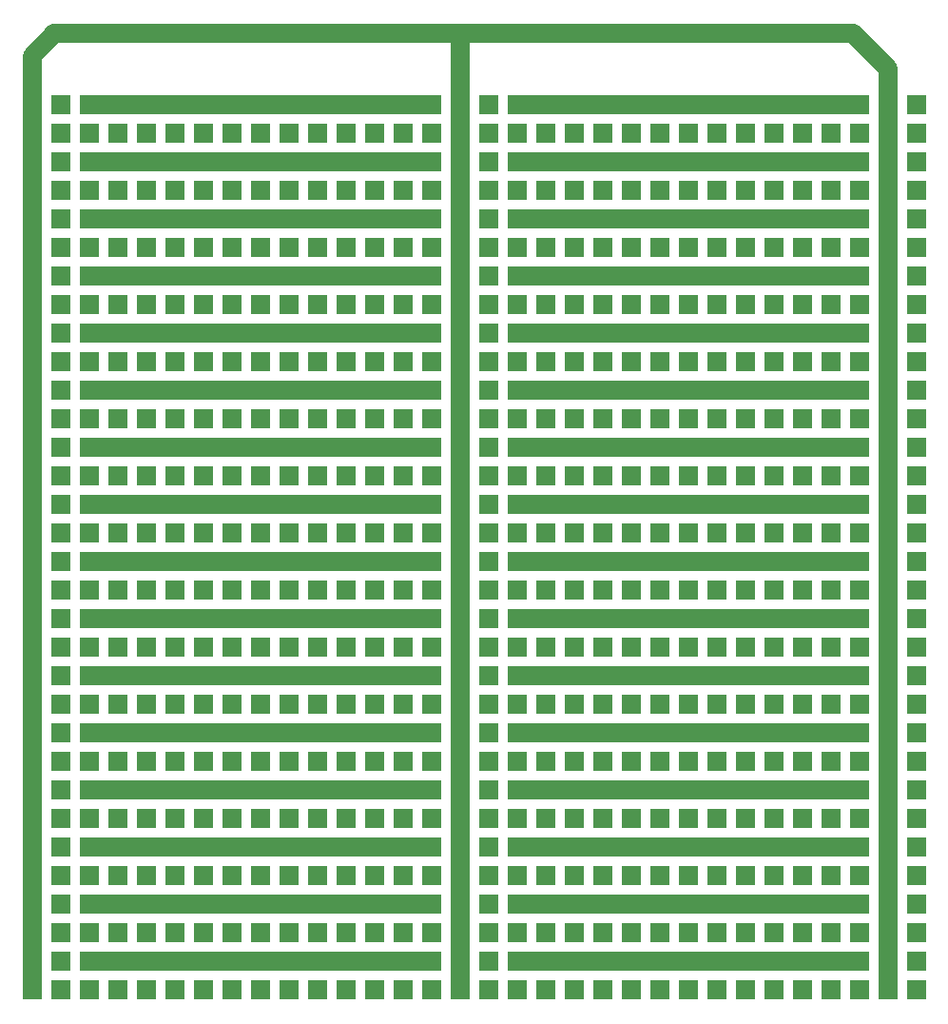
<source format=gbr>
%TF.GenerationSoftware,KiCad,Pcbnew,6.0.6-3a73a75311~116~ubuntu20.04.1*%
%TF.CreationDate,2022-06-29T13:13:07-05:00*%
%TF.ProjectId,XL_Proto_Breadboard_v001,584c5f50-726f-4746-9f5f-427265616462,rev?*%
%TF.SameCoordinates,Original*%
%TF.FileFunction,Copper,L1,Top*%
%TF.FilePolarity,Positive*%
%FSLAX46Y46*%
G04 Gerber Fmt 4.6, Leading zero omitted, Abs format (unit mm)*
G04 Created by KiCad (PCBNEW 6.0.6-3a73a75311~116~ubuntu20.04.1) date 2022-06-29 13:13:07*
%MOMM*%
%LPD*%
G01*
G04 APERTURE LIST*
%TA.AperFunction,ComponentPad*%
%ADD10R,1.700000X1.700000*%
%TD*%
%TA.AperFunction,Conductor*%
%ADD11C,1.700000*%
%TD*%
G04 APERTURE END LIST*
D10*
%TO.P,U1,1,1*%
%TO.N,GND*%
X153780000Y-87980000D03*
X151240000Y-57500000D03*
X120760000Y-67660000D03*
X184260000Y-87980000D03*
X153780000Y-75280000D03*
X110600000Y-90520000D03*
X163940000Y-113380000D03*
X143620000Y-90520000D03*
X141080000Y-72740000D03*
X174100000Y-75280000D03*
X125840000Y-100680000D03*
X110600000Y-123540000D03*
X133460000Y-121000000D03*
X156320000Y-90520000D03*
X169020000Y-133700000D03*
X169020000Y-115920000D03*
X143620000Y-123540000D03*
X148700000Y-57500000D03*
X171560000Y-60040000D03*
X181720000Y-80360000D03*
X179180000Y-87980000D03*
X133460000Y-100680000D03*
X158860000Y-126080000D03*
X143620000Y-103220000D03*
X138540000Y-126080000D03*
X158860000Y-87980000D03*
X120760000Y-72740000D03*
X186800000Y-113380000D03*
X179180000Y-70200000D03*
X163940000Y-103220000D03*
X118220000Y-60040000D03*
X179180000Y-105760000D03*
X179180000Y-100680000D03*
X179180000Y-72740000D03*
X169020000Y-82900000D03*
X171560000Y-70200000D03*
X110600000Y-95600000D03*
X186800000Y-100680000D03*
X125840000Y-65120000D03*
X133460000Y-105760000D03*
X189340000Y-70200000D03*
X133460000Y-62580000D03*
X161400000Y-98140000D03*
X148700000Y-87980000D03*
X156320000Y-57500000D03*
X110600000Y-133700000D03*
X158860000Y-118460000D03*
X166480000Y-67660000D03*
X153780000Y-118460000D03*
X133460000Y-82900000D03*
X130920000Y-103220000D03*
X163940000Y-82900000D03*
X153780000Y-80360000D03*
X184260000Y-65120000D03*
X151240000Y-82900000D03*
X118220000Y-123540000D03*
X148700000Y-118460000D03*
X181720000Y-95600000D03*
X184260000Y-100680000D03*
X148700000Y-123540000D03*
X143620000Y-113380000D03*
X143620000Y-95600000D03*
X113140000Y-95600000D03*
X136000000Y-70200000D03*
X186800000Y-123540000D03*
X130920000Y-60040000D03*
X169020000Y-126080000D03*
X158860000Y-62580000D03*
X181720000Y-90520000D03*
X115680000Y-80360000D03*
X169020000Y-128620000D03*
X110600000Y-98140000D03*
X120760000Y-123540000D03*
X138540000Y-54960000D03*
X176640000Y-65120000D03*
X115680000Y-133700000D03*
X136000000Y-103220000D03*
X151240000Y-98140000D03*
X163940000Y-67660000D03*
X176640000Y-60040000D03*
X110600000Y-93060000D03*
X146160000Y-85440000D03*
X136000000Y-126080000D03*
X161400000Y-60040000D03*
X125840000Y-70200000D03*
X110600000Y-103220000D03*
X189340000Y-110840000D03*
X184260000Y-75280000D03*
X156320000Y-93060000D03*
X153780000Y-123540000D03*
X181720000Y-72740000D03*
X156320000Y-75280000D03*
X184260000Y-113380000D03*
X156320000Y-118460000D03*
X128380000Y-113380000D03*
X161400000Y-85440000D03*
X186800000Y-95600000D03*
X151240000Y-93060000D03*
X189340000Y-123540000D03*
X130920000Y-75280000D03*
X123300000Y-93060000D03*
X186800000Y-105760000D03*
X141080000Y-108300000D03*
X153780000Y-110840000D03*
X138540000Y-108300000D03*
X166480000Y-75280000D03*
X153780000Y-57500000D03*
X181720000Y-77820000D03*
X176640000Y-80360000D03*
X146160000Y-77820000D03*
X156320000Y-95600000D03*
X128380000Y-128620000D03*
X143620000Y-108300000D03*
X115680000Y-72740000D03*
X171560000Y-123540000D03*
X115680000Y-54960000D03*
X123300000Y-128620000D03*
X158860000Y-85440000D03*
X186800000Y-126080000D03*
X130920000Y-57500000D03*
X120760000Y-103220000D03*
X153780000Y-67660000D03*
X120760000Y-70200000D03*
X161400000Y-133700000D03*
X171560000Y-54960000D03*
X153780000Y-121000000D03*
X110600000Y-87980000D03*
X153780000Y-90520000D03*
X128380000Y-93060000D03*
X113140000Y-103220000D03*
X123300000Y-80360000D03*
X174100000Y-87980000D03*
X128380000Y-118460000D03*
X171560000Y-67660000D03*
X110600000Y-75280000D03*
X143620000Y-131160000D03*
X133460000Y-123540000D03*
X161400000Y-62580000D03*
X163940000Y-77820000D03*
X118220000Y-62580000D03*
X118220000Y-118460000D03*
X130920000Y-85440000D03*
X156320000Y-82900000D03*
X138540000Y-95600000D03*
X136000000Y-115920000D03*
X166480000Y-108300000D03*
X166480000Y-113380000D03*
X128380000Y-82900000D03*
X136000000Y-121000000D03*
X110600000Y-105760000D03*
X138540000Y-62580000D03*
X158860000Y-108300000D03*
X171560000Y-87980000D03*
X163940000Y-131160000D03*
X128380000Y-131160000D03*
X113140000Y-57500000D03*
X128380000Y-115920000D03*
X151240000Y-90520000D03*
X120760000Y-113380000D03*
X153780000Y-85440000D03*
X133460000Y-72740000D03*
X138540000Y-100680000D03*
X161400000Y-57500000D03*
X133460000Y-90520000D03*
X181720000Y-75280000D03*
X148700000Y-108300000D03*
X136000000Y-108300000D03*
X158860000Y-65120000D03*
X174100000Y-103220000D03*
X146160000Y-133700000D03*
X176640000Y-67660000D03*
X138540000Y-103220000D03*
X141080000Y-62580000D03*
X151240000Y-108300000D03*
X163940000Y-57500000D03*
X189340000Y-90520000D03*
X130920000Y-95600000D03*
X166480000Y-80360000D03*
X113140000Y-110840000D03*
X118220000Y-54960000D03*
X179180000Y-54960000D03*
X146160000Y-54960000D03*
X153780000Y-77820000D03*
X153780000Y-60040000D03*
X148700000Y-128620000D03*
X174100000Y-126080000D03*
X169020000Y-98140000D03*
X186800000Y-60040000D03*
X166480000Y-65120000D03*
X189340000Y-103220000D03*
X113140000Y-108300000D03*
X153780000Y-126080000D03*
X163940000Y-62580000D03*
X113140000Y-75280000D03*
X125840000Y-105760000D03*
X184260000Y-70200000D03*
X156320000Y-103220000D03*
X133460000Y-128620000D03*
X158860000Y-105760000D03*
X174100000Y-98140000D03*
X189340000Y-67660000D03*
X186800000Y-118460000D03*
X143620000Y-62580000D03*
X163940000Y-95600000D03*
X171560000Y-103220000D03*
X120760000Y-62580000D03*
X189340000Y-121000000D03*
X115680000Y-113380000D03*
X143620000Y-93060000D03*
X166480000Y-90520000D03*
X156320000Y-70200000D03*
X163940000Y-100680000D03*
X174100000Y-123540000D03*
X181720000Y-110840000D03*
X171560000Y-105760000D03*
X141080000Y-113380000D03*
X113140000Y-87980000D03*
X141080000Y-115920000D03*
X163940000Y-70200000D03*
X146160000Y-115920000D03*
X125840000Y-103220000D03*
X125840000Y-60040000D03*
X133460000Y-110840000D03*
X169020000Y-103220000D03*
X179180000Y-77820000D03*
X151240000Y-75280000D03*
X158860000Y-98140000D03*
X161400000Y-93060000D03*
X128380000Y-110840000D03*
X176640000Y-113380000D03*
X153780000Y-115920000D03*
X115680000Y-110840000D03*
X125840000Y-98140000D03*
X171560000Y-133700000D03*
X143620000Y-60040000D03*
X156320000Y-100680000D03*
X174100000Y-67660000D03*
X166480000Y-123540000D03*
X110600000Y-113380000D03*
X141080000Y-105760000D03*
X184260000Y-85440000D03*
X118220000Y-115920000D03*
X184260000Y-72740000D03*
X166480000Y-133700000D03*
X161400000Y-118460000D03*
X163940000Y-115920000D03*
X141080000Y-121000000D03*
X120760000Y-100680000D03*
X141080000Y-103220000D03*
X148700000Y-93060000D03*
X179180000Y-121000000D03*
X179180000Y-128620000D03*
X189340000Y-108300000D03*
X156320000Y-128620000D03*
X120760000Y-75280000D03*
X128380000Y-87980000D03*
X186800000Y-108300000D03*
X110600000Y-72740000D03*
X133460000Y-108300000D03*
X181720000Y-67660000D03*
X156320000Y-131160000D03*
X115680000Y-75280000D03*
X156320000Y-62580000D03*
X128380000Y-54960000D03*
X125840000Y-95600000D03*
X118220000Y-70200000D03*
X118220000Y-65120000D03*
X123300000Y-87980000D03*
X181720000Y-57500000D03*
X153780000Y-113380000D03*
X125840000Y-87980000D03*
X181720000Y-108300000D03*
X181720000Y-121000000D03*
X141080000Y-110840000D03*
X158860000Y-128620000D03*
X186800000Y-65120000D03*
X146160000Y-60040000D03*
X151240000Y-95600000D03*
X125840000Y-67660000D03*
X128380000Y-65120000D03*
X181720000Y-126080000D03*
X171560000Y-126080000D03*
X163940000Y-110840000D03*
X169020000Y-118460000D03*
X163940000Y-80360000D03*
X115680000Y-85440000D03*
X120760000Y-93060000D03*
X136000000Y-98140000D03*
X184260000Y-121000000D03*
X118220000Y-67660000D03*
X153780000Y-128620000D03*
X161400000Y-82900000D03*
X174100000Y-113380000D03*
X128380000Y-72740000D03*
X141080000Y-131160000D03*
X184260000Y-123540000D03*
X141080000Y-126080000D03*
X120760000Y-118460000D03*
X179180000Y-103220000D03*
X118220000Y-103220000D03*
X161400000Y-80360000D03*
X184260000Y-60040000D03*
X161400000Y-70200000D03*
X166480000Y-72740000D03*
X176640000Y-126080000D03*
X161400000Y-105760000D03*
X151240000Y-80360000D03*
X146160000Y-95600000D03*
X123300000Y-72740000D03*
X146160000Y-80360000D03*
X153780000Y-93060000D03*
X174100000Y-121000000D03*
X189340000Y-54960000D03*
X133460000Y-87980000D03*
X118220000Y-128620000D03*
X120760000Y-128620000D03*
X171560000Y-128620000D03*
X138540000Y-60040000D03*
X169020000Y-110840000D03*
X166480000Y-85440000D03*
X138540000Y-123540000D03*
X186800000Y-90520000D03*
X186800000Y-85440000D03*
X161400000Y-113380000D03*
X118220000Y-98140000D03*
X156320000Y-126080000D03*
X141080000Y-98140000D03*
X176640000Y-100680000D03*
X186800000Y-57500000D03*
X133460000Y-57500000D03*
X136000000Y-85440000D03*
X158860000Y-54960000D03*
X169020000Y-72740000D03*
X158860000Y-60040000D03*
X163940000Y-87980000D03*
X179180000Y-90520000D03*
X169020000Y-95600000D03*
X113140000Y-77820000D03*
X115680000Y-103220000D03*
X115680000Y-90520000D03*
X110600000Y-77820000D03*
X128380000Y-77820000D03*
X118220000Y-75280000D03*
X163940000Y-75280000D03*
X176640000Y-103220000D03*
X136000000Y-80360000D03*
X153780000Y-105760000D03*
X171560000Y-90520000D03*
X163940000Y-105760000D03*
X158860000Y-67660000D03*
X128380000Y-85440000D03*
X158860000Y-113380000D03*
X138540000Y-87980000D03*
X171560000Y-121000000D03*
X130920000Y-115920000D03*
X136000000Y-110840000D03*
X189340000Y-57500000D03*
X163940000Y-128620000D03*
X143620000Y-82900000D03*
X189340000Y-75280000D03*
X166480000Y-115920000D03*
X115680000Y-105760000D03*
X158860000Y-75280000D03*
X153780000Y-54960000D03*
X171560000Y-85440000D03*
X113140000Y-118460000D03*
X166480000Y-93060000D03*
X148700000Y-65120000D03*
X171560000Y-131160000D03*
X123300000Y-105760000D03*
X113140000Y-70200000D03*
X156320000Y-133700000D03*
X125840000Y-82900000D03*
X166480000Y-100680000D03*
X120760000Y-60040000D03*
X133460000Y-115920000D03*
X151240000Y-128620000D03*
X138540000Y-77820000D03*
X113140000Y-131160000D03*
X141080000Y-57500000D03*
X123300000Y-82900000D03*
X143620000Y-54960000D03*
X181720000Y-133700000D03*
X118220000Y-133700000D03*
X156320000Y-115920000D03*
X166480000Y-82900000D03*
X156320000Y-98140000D03*
X113140000Y-62580000D03*
X136000000Y-77820000D03*
X148700000Y-70200000D03*
X174100000Y-115920000D03*
X130920000Y-131160000D03*
X113140000Y-60040000D03*
X118220000Y-90520000D03*
X174100000Y-85440000D03*
X151240000Y-113380000D03*
X143620000Y-65120000D03*
X153780000Y-72740000D03*
X163940000Y-133700000D03*
X166480000Y-103220000D03*
X113140000Y-98140000D03*
X125840000Y-115920000D03*
X186800000Y-72740000D03*
X130920000Y-98140000D03*
X153780000Y-133700000D03*
X125840000Y-54960000D03*
X130920000Y-54960000D03*
X166480000Y-110840000D03*
X146160000Y-100680000D03*
X143620000Y-57500000D03*
X123300000Y-67660000D03*
X156320000Y-121000000D03*
X148700000Y-67660000D03*
X148700000Y-98140000D03*
X113140000Y-72740000D03*
X133460000Y-113380000D03*
X138540000Y-67660000D03*
X158860000Y-100680000D03*
X123300000Y-103220000D03*
X158860000Y-72740000D03*
X189340000Y-82900000D03*
X169020000Y-77820000D03*
X184260000Y-128620000D03*
X136000000Y-57500000D03*
X184260000Y-105760000D03*
X141080000Y-133700000D03*
X148700000Y-131160000D03*
X153780000Y-82900000D03*
X123300000Y-133700000D03*
X138540000Y-118460000D03*
X133460000Y-77820000D03*
X174100000Y-82900000D03*
X176640000Y-70200000D03*
X138540000Y-72740000D03*
X141080000Y-82900000D03*
X120760000Y-110840000D03*
X179180000Y-62580000D03*
X115680000Y-70200000D03*
X113140000Y-123540000D03*
X120760000Y-54960000D03*
X133460000Y-70200000D03*
X176640000Y-110840000D03*
X186800000Y-67660000D03*
X163940000Y-118460000D03*
X133460000Y-85440000D03*
X143620000Y-126080000D03*
X189340000Y-131160000D03*
X138540000Y-121000000D03*
X118220000Y-77820000D03*
X133460000Y-126080000D03*
X128380000Y-95600000D03*
X151240000Y-131160000D03*
X186800000Y-110840000D03*
X118220000Y-110840000D03*
X143620000Y-75280000D03*
X120760000Y-126080000D03*
X125840000Y-93060000D03*
X136000000Y-131160000D03*
X146160000Y-105760000D03*
X120760000Y-95600000D03*
X151240000Y-105760000D03*
X189340000Y-98140000D03*
X125840000Y-123540000D03*
X174100000Y-108300000D03*
X181720000Y-105760000D03*
X161400000Y-108300000D03*
X171560000Y-110840000D03*
X184260000Y-93060000D03*
X176640000Y-75280000D03*
X186800000Y-87980000D03*
X169020000Y-70200000D03*
X158860000Y-133700000D03*
X186800000Y-82900000D03*
X158860000Y-82900000D03*
X110600000Y-67660000D03*
X176640000Y-123540000D03*
X179180000Y-80360000D03*
X128380000Y-105760000D03*
X156320000Y-123540000D03*
X120760000Y-77820000D03*
X123300000Y-121000000D03*
X148700000Y-77820000D03*
X138540000Y-85440000D03*
X118220000Y-87980000D03*
X133460000Y-75280000D03*
X153780000Y-131160000D03*
X113140000Y-126080000D03*
X148700000Y-75280000D03*
X141080000Y-100680000D03*
X143620000Y-98140000D03*
X171560000Y-72740000D03*
X148700000Y-95600000D03*
X146160000Y-113380000D03*
X166480000Y-118460000D03*
X174100000Y-72740000D03*
X146160000Y-75280000D03*
X161400000Y-100680000D03*
X128380000Y-67660000D03*
X184260000Y-108300000D03*
X166480000Y-128620000D03*
X123300000Y-131160000D03*
X136000000Y-67660000D03*
X133460000Y-95600000D03*
X174100000Y-118460000D03*
X130920000Y-87980000D03*
X156320000Y-85440000D03*
X181720000Y-118460000D03*
X169020000Y-123540000D03*
X130920000Y-72740000D03*
X163940000Y-60040000D03*
X113140000Y-115920000D03*
X169020000Y-100680000D03*
X184260000Y-131160000D03*
X123300000Y-57500000D03*
X179180000Y-82900000D03*
X169020000Y-75280000D03*
X189340000Y-62580000D03*
X115680000Y-108300000D03*
X128380000Y-121000000D03*
X169020000Y-60040000D03*
X163940000Y-108300000D03*
X123300000Y-118460000D03*
X120760000Y-108300000D03*
X181720000Y-65120000D03*
X141080000Y-60040000D03*
X169020000Y-90520000D03*
X166480000Y-62580000D03*
X133460000Y-67660000D03*
X174100000Y-70200000D03*
X146160000Y-82900000D03*
X113140000Y-121000000D03*
X174100000Y-54960000D03*
X141080000Y-75280000D03*
X163940000Y-85440000D03*
X130920000Y-118460000D03*
X179180000Y-133700000D03*
X136000000Y-133700000D03*
X133460000Y-103220000D03*
X186800000Y-54960000D03*
X125840000Y-80360000D03*
X123300000Y-123540000D03*
X186800000Y-62580000D03*
X161400000Y-77820000D03*
X158860000Y-123540000D03*
X161400000Y-131160000D03*
X143620000Y-121000000D03*
X176640000Y-90520000D03*
X166480000Y-105760000D03*
X184260000Y-62580000D03*
X123300000Y-54960000D03*
X118220000Y-108300000D03*
X148700000Y-80360000D03*
X171560000Y-82900000D03*
X179180000Y-65120000D03*
X184260000Y-54960000D03*
X146160000Y-123540000D03*
X113140000Y-133700000D03*
X189340000Y-118460000D03*
X146160000Y-110840000D03*
X151240000Y-67660000D03*
X176640000Y-108300000D03*
X174100000Y-128620000D03*
X130920000Y-113380000D03*
X176640000Y-72740000D03*
X110600000Y-57500000D03*
X189340000Y-65120000D03*
X120760000Y-105760000D03*
X174100000Y-131160000D03*
X189340000Y-128620000D03*
X161400000Y-115920000D03*
X148700000Y-90520000D03*
X128380000Y-108300000D03*
X161400000Y-54960000D03*
X151240000Y-110840000D03*
X179180000Y-93060000D03*
X181720000Y-115920000D03*
X176640000Y-87980000D03*
X113140000Y-80360000D03*
X120760000Y-98140000D03*
X125840000Y-85440000D03*
X118220000Y-113380000D03*
X143620000Y-115920000D03*
X115680000Y-77820000D03*
X148700000Y-100680000D03*
X123300000Y-95600000D03*
X163940000Y-54960000D03*
X161400000Y-121000000D03*
X118220000Y-126080000D03*
X138540000Y-128620000D03*
X110600000Y-62580000D03*
X186800000Y-133700000D03*
X151240000Y-126080000D03*
X113140000Y-93060000D03*
X148700000Y-72740000D03*
X146160000Y-67660000D03*
X136000000Y-82900000D03*
X161400000Y-126080000D03*
X186800000Y-77820000D03*
X141080000Y-85440000D03*
X151240000Y-60040000D03*
X146160000Y-108300000D03*
X156320000Y-60040000D03*
X169020000Y-113380000D03*
X115680000Y-98140000D03*
X146160000Y-72740000D03*
X115680000Y-126080000D03*
X130920000Y-67660000D03*
X141080000Y-65120000D03*
X130920000Y-126080000D03*
X174100000Y-95600000D03*
X176640000Y-93060000D03*
X161400000Y-65120000D03*
X113140000Y-67660000D03*
X115680000Y-118460000D03*
X151240000Y-123540000D03*
X146160000Y-70200000D03*
X141080000Y-128620000D03*
X171560000Y-98140000D03*
X171560000Y-65120000D03*
X118220000Y-131160000D03*
X123300000Y-113380000D03*
X133460000Y-65120000D03*
X115680000Y-100680000D03*
X123300000Y-100680000D03*
X143620000Y-133700000D03*
X130920000Y-62580000D03*
X128380000Y-70200000D03*
X169020000Y-67660000D03*
X113140000Y-54960000D03*
X110600000Y-65120000D03*
X189340000Y-87980000D03*
X158860000Y-93060000D03*
X171560000Y-115920000D03*
X128380000Y-60040000D03*
X138540000Y-133700000D03*
X171560000Y-93060000D03*
X130920000Y-93060000D03*
X163940000Y-93060000D03*
X125840000Y-108300000D03*
X158860000Y-80360000D03*
X128380000Y-133700000D03*
X120760000Y-90520000D03*
X151240000Y-133700000D03*
X171560000Y-57500000D03*
X158860000Y-57500000D03*
X146160000Y-93060000D03*
X186800000Y-121000000D03*
X186800000Y-103220000D03*
X166480000Y-87980000D03*
X136000000Y-54960000D03*
X143620000Y-72740000D03*
X176640000Y-54960000D03*
X186800000Y-93060000D03*
X110600000Y-54960000D03*
X176640000Y-62580000D03*
X148700000Y-60040000D03*
X169020000Y-80360000D03*
X156320000Y-80360000D03*
X189340000Y-105760000D03*
X110600000Y-126080000D03*
X148700000Y-62580000D03*
X184260000Y-77820000D03*
X128380000Y-98140000D03*
X156320000Y-87980000D03*
X174100000Y-62580000D03*
X176640000Y-77820000D03*
X118220000Y-57500000D03*
X120760000Y-80360000D03*
X148700000Y-121000000D03*
X143620000Y-80360000D03*
X143620000Y-105760000D03*
X158860000Y-121000000D03*
X153780000Y-65120000D03*
X156320000Y-65120000D03*
X153780000Y-98140000D03*
X176640000Y-121000000D03*
X113140000Y-113380000D03*
X141080000Y-67660000D03*
X184260000Y-110840000D03*
X110600000Y-118460000D03*
X146160000Y-103220000D03*
X118220000Y-95600000D03*
X141080000Y-123540000D03*
X158860000Y-131160000D03*
X136000000Y-118460000D03*
X166480000Y-57500000D03*
X146160000Y-87980000D03*
X151240000Y-103220000D03*
X148700000Y-85440000D03*
X189340000Y-72740000D03*
X138540000Y-65120000D03*
X186800000Y-80360000D03*
X113140000Y-128620000D03*
X113140000Y-90520000D03*
X189340000Y-93060000D03*
X156320000Y-105760000D03*
X158860000Y-77820000D03*
X128380000Y-90520000D03*
X184260000Y-82900000D03*
X128380000Y-126080000D03*
X125840000Y-75280000D03*
X143620000Y-87980000D03*
X166480000Y-98140000D03*
X151240000Y-54960000D03*
X125840000Y-121000000D03*
X171560000Y-113380000D03*
X186800000Y-70200000D03*
X151240000Y-77820000D03*
X128380000Y-100680000D03*
X123300000Y-90520000D03*
X138540000Y-70200000D03*
X189340000Y-95600000D03*
X186800000Y-131160000D03*
X181720000Y-70200000D03*
X166480000Y-54960000D03*
X125840000Y-110840000D03*
X123300000Y-60040000D03*
X179180000Y-123540000D03*
X125840000Y-118460000D03*
X171560000Y-118460000D03*
X179180000Y-75280000D03*
X123300000Y-98140000D03*
X118220000Y-72740000D03*
X184260000Y-98140000D03*
X141080000Y-80360000D03*
X123300000Y-77820000D03*
X128380000Y-123540000D03*
X130920000Y-90520000D03*
X110600000Y-100680000D03*
X115680000Y-115920000D03*
X169020000Y-105760000D03*
X148700000Y-105760000D03*
X130920000Y-77820000D03*
X118220000Y-105760000D03*
X151240000Y-87980000D03*
X174100000Y-77820000D03*
X125840000Y-128620000D03*
X189340000Y-85440000D03*
X169020000Y-93060000D03*
X141080000Y-77820000D03*
X174100000Y-80360000D03*
X181720000Y-87980000D03*
X130920000Y-105760000D03*
X143620000Y-100680000D03*
X136000000Y-62580000D03*
X179180000Y-126080000D03*
X189340000Y-80360000D03*
X179180000Y-115920000D03*
X143620000Y-70200000D03*
X113140000Y-65120000D03*
X156320000Y-54960000D03*
X163940000Y-123540000D03*
X133460000Y-131160000D03*
X141080000Y-90520000D03*
X184260000Y-103220000D03*
X143620000Y-110840000D03*
X179180000Y-60040000D03*
X113140000Y-100680000D03*
X110600000Y-60040000D03*
X138540000Y-80360000D03*
X174100000Y-105760000D03*
X161400000Y-67660000D03*
X166480000Y-121000000D03*
X148700000Y-113380000D03*
X141080000Y-54960000D03*
X171560000Y-75280000D03*
X156320000Y-72740000D03*
X171560000Y-62580000D03*
X146160000Y-62580000D03*
X179180000Y-108300000D03*
X158860000Y-70200000D03*
X189340000Y-115920000D03*
X133460000Y-133700000D03*
X123300000Y-62580000D03*
X171560000Y-80360000D03*
X166480000Y-60040000D03*
X186800000Y-98140000D03*
X161400000Y-75280000D03*
X151240000Y-65120000D03*
X123300000Y-75280000D03*
X110600000Y-110840000D03*
X138540000Y-90520000D03*
X123300000Y-108300000D03*
X146160000Y-118460000D03*
X161400000Y-95600000D03*
X176640000Y-133700000D03*
X156320000Y-67660000D03*
X148700000Y-110840000D03*
X125840000Y-90520000D03*
X115680000Y-128620000D03*
X115680000Y-123540000D03*
X151240000Y-115920000D03*
X110600000Y-128620000D03*
X138540000Y-105760000D03*
X156320000Y-77820000D03*
X146160000Y-121000000D03*
X125840000Y-126080000D03*
X115680000Y-57500000D03*
X138540000Y-110840000D03*
X174100000Y-100680000D03*
X115680000Y-60040000D03*
X169020000Y-65120000D03*
X169020000Y-108300000D03*
X118220000Y-82900000D03*
X130920000Y-82900000D03*
X130920000Y-121000000D03*
X136000000Y-93060000D03*
X123300000Y-85440000D03*
X143620000Y-85440000D03*
X148700000Y-126080000D03*
X156320000Y-110840000D03*
X158860000Y-95600000D03*
X181720000Y-128620000D03*
X133460000Y-98140000D03*
X136000000Y-128620000D03*
X174100000Y-90520000D03*
X181720000Y-82900000D03*
X125840000Y-57500000D03*
X176640000Y-57500000D03*
X148700000Y-133700000D03*
X166480000Y-131160000D03*
X184260000Y-115920000D03*
X161400000Y-123540000D03*
X138540000Y-82900000D03*
X130920000Y-80360000D03*
X138540000Y-57500000D03*
X151240000Y-85440000D03*
X153780000Y-62580000D03*
X130920000Y-133700000D03*
X174100000Y-133700000D03*
X166480000Y-77820000D03*
X174100000Y-110840000D03*
X166480000Y-70200000D03*
X123300000Y-110840000D03*
X189340000Y-77820000D03*
X161400000Y-128620000D03*
X176640000Y-105760000D03*
X181720000Y-100680000D03*
X115680000Y-65120000D03*
X179180000Y-57500000D03*
X161400000Y-110840000D03*
X181720000Y-131160000D03*
X113140000Y-105760000D03*
X169020000Y-54960000D03*
X133460000Y-80360000D03*
X151240000Y-62580000D03*
X128380000Y-80360000D03*
X120760000Y-82900000D03*
X169020000Y-87980000D03*
X136000000Y-105760000D03*
X171560000Y-100680000D03*
X181720000Y-85440000D03*
X179180000Y-118460000D03*
X186800000Y-128620000D03*
X151240000Y-70200000D03*
X174100000Y-65120000D03*
X161400000Y-90520000D03*
X179180000Y-131160000D03*
X123300000Y-115920000D03*
X130920000Y-100680000D03*
X120760000Y-85440000D03*
X166480000Y-126080000D03*
X146160000Y-128620000D03*
X120760000Y-121000000D03*
X151240000Y-72740000D03*
X143620000Y-77820000D03*
X138540000Y-75280000D03*
X128380000Y-75280000D03*
X136000000Y-95600000D03*
X136000000Y-113380000D03*
X138540000Y-113380000D03*
X136000000Y-87980000D03*
X156320000Y-108300000D03*
X125840000Y-131160000D03*
X151240000Y-121000000D03*
X161400000Y-87980000D03*
X166480000Y-95600000D03*
X179180000Y-98140000D03*
X115680000Y-82900000D03*
X120760000Y-65120000D03*
X156320000Y-113380000D03*
X115680000Y-62580000D03*
X184260000Y-95600000D03*
X153780000Y-103220000D03*
X115680000Y-87980000D03*
X186800000Y-115920000D03*
X141080000Y-95600000D03*
X130920000Y-110840000D03*
X118220000Y-121000000D03*
X184260000Y-57500000D03*
X169020000Y-131160000D03*
X179180000Y-85440000D03*
X128380000Y-103220000D03*
X176640000Y-82900000D03*
X189340000Y-113380000D03*
X181720000Y-98140000D03*
X176640000Y-118460000D03*
X186800000Y-75280000D03*
X146160000Y-65120000D03*
X171560000Y-108300000D03*
X181720000Y-54960000D03*
X128380000Y-57500000D03*
X120760000Y-133700000D03*
X115680000Y-121000000D03*
X169020000Y-62580000D03*
X113140000Y-82900000D03*
X120760000Y-131160000D03*
X125840000Y-113380000D03*
X153780000Y-108300000D03*
X115680000Y-93060000D03*
X184260000Y-80360000D03*
X163940000Y-90520000D03*
X130920000Y-70200000D03*
X171560000Y-77820000D03*
X115680000Y-131160000D03*
X181720000Y-113380000D03*
X169020000Y-85440000D03*
X133460000Y-60040000D03*
X184260000Y-67660000D03*
X174100000Y-60040000D03*
X148700000Y-115920000D03*
X120760000Y-115920000D03*
X120760000Y-87980000D03*
X158860000Y-115920000D03*
X110600000Y-80360000D03*
X136000000Y-65120000D03*
X176640000Y-131160000D03*
X153780000Y-100680000D03*
X130920000Y-128620000D03*
X133460000Y-93060000D03*
X179180000Y-113380000D03*
X184260000Y-118460000D03*
X110600000Y-121000000D03*
X176640000Y-115920000D03*
X179180000Y-95600000D03*
X133460000Y-54960000D03*
X118220000Y-100680000D03*
X169020000Y-121000000D03*
X158860000Y-90520000D03*
X136000000Y-100680000D03*
X141080000Y-118460000D03*
X110600000Y-85440000D03*
X125840000Y-72740000D03*
X125840000Y-77820000D03*
X163940000Y-98140000D03*
X110600000Y-115920000D03*
X153780000Y-95600000D03*
X110600000Y-108300000D03*
X184260000Y-90520000D03*
X146160000Y-98140000D03*
X130920000Y-123540000D03*
X115680000Y-67660000D03*
X171560000Y-95600000D03*
X141080000Y-93060000D03*
X110600000Y-131160000D03*
X181720000Y-62580000D03*
X118220000Y-80360000D03*
X184260000Y-133700000D03*
X146160000Y-57500000D03*
X146160000Y-131160000D03*
X148700000Y-82900000D03*
X113140000Y-85440000D03*
X176640000Y-128620000D03*
X181720000Y-93060000D03*
X176640000Y-95600000D03*
X176640000Y-85440000D03*
X148700000Y-54960000D03*
X136000000Y-72740000D03*
X138540000Y-115920000D03*
X184260000Y-126080000D03*
X110600000Y-82900000D03*
X136000000Y-60040000D03*
X146160000Y-126080000D03*
X153780000Y-70200000D03*
X179180000Y-67660000D03*
X163940000Y-126080000D03*
X115680000Y-95600000D03*
X181720000Y-103220000D03*
X189340000Y-60040000D03*
X125840000Y-62580000D03*
X123300000Y-70200000D03*
X118220000Y-85440000D03*
X136000000Y-90520000D03*
X189340000Y-133700000D03*
X143620000Y-128620000D03*
X143620000Y-67660000D03*
X189340000Y-100680000D03*
X141080000Y-87980000D03*
X158860000Y-110840000D03*
X163940000Y-121000000D03*
X128380000Y-62580000D03*
X176640000Y-98140000D03*
X148700000Y-103220000D03*
X181720000Y-60040000D03*
X130920000Y-65120000D03*
X174100000Y-57500000D03*
X138540000Y-98140000D03*
X181720000Y-123540000D03*
X110600000Y-70200000D03*
X136000000Y-123540000D03*
X138540000Y-93060000D03*
X161400000Y-103220000D03*
X151240000Y-118460000D03*
X158860000Y-103220000D03*
X151240000Y-100680000D03*
X146160000Y-90520000D03*
X136000000Y-75280000D03*
X125840000Y-133700000D03*
X123300000Y-65120000D03*
X133460000Y-118460000D03*
X189340000Y-126080000D03*
X123300000Y-126080000D03*
X143620000Y-118460000D03*
X120760000Y-57500000D03*
X174100000Y-93060000D03*
X138540000Y-131160000D03*
X179180000Y-110840000D03*
X163940000Y-65120000D03*
X163940000Y-72740000D03*
X161400000Y-72740000D03*
X130920000Y-108300000D03*
X141080000Y-70200000D03*
X118220000Y-93060000D03*
X169020000Y-57500000D03*
%TD*%
D11*
%TO.N,GND*%
X153780000Y-54960000D02*
X184260000Y-54960000D01*
X148700000Y-54960000D02*
X148700000Y-48600000D01*
X183700000Y-48600000D02*
X186800000Y-51700000D01*
X184260000Y-110840000D02*
X153780000Y-110840000D01*
X148700000Y-54960000D02*
X148700000Y-133700000D01*
X184260000Y-100680000D02*
X153780000Y-100680000D01*
X146160000Y-75280000D02*
X115680000Y-75280000D01*
X146160000Y-95600000D02*
X115680000Y-95600000D01*
X115680000Y-90520000D02*
X146160000Y-90520000D01*
X115680000Y-110840000D02*
X146160000Y-110840000D01*
X153780000Y-115920000D02*
X184260000Y-115920000D01*
X112580000Y-48600000D02*
X148700000Y-48600000D01*
X146160000Y-85440000D02*
X115680000Y-85440000D01*
X146160000Y-65120000D02*
X115680000Y-65120000D01*
X115680000Y-80360000D02*
X146160000Y-80360000D01*
X184260000Y-131160000D02*
X153780000Y-131160000D01*
X153780000Y-95600000D02*
X184260000Y-95600000D01*
X146160000Y-126080000D02*
X115680000Y-126080000D01*
X153780000Y-85440000D02*
X184260000Y-85440000D01*
X184260000Y-90520000D02*
X153780000Y-90520000D01*
X186800000Y-51700000D02*
X186800000Y-54960000D01*
X115680000Y-60040000D02*
X146160000Y-60040000D01*
X184260000Y-121000000D02*
X153780000Y-121000000D01*
X115680000Y-54960000D02*
X146160000Y-54960000D01*
X153780000Y-126080000D02*
X184260000Y-126080000D01*
X115680000Y-131160000D02*
X146160000Y-131160000D01*
X115680000Y-100680000D02*
X146160000Y-100680000D01*
X153780000Y-65120000D02*
X184260000Y-65120000D01*
X153780000Y-75280000D02*
X184260000Y-75280000D01*
X146160000Y-115920000D02*
X115680000Y-115920000D01*
X110600000Y-54960000D02*
X110600000Y-133700000D01*
X184260000Y-60040000D02*
X153780000Y-60040000D01*
X110600000Y-50580000D02*
X112580000Y-48600000D01*
X115680000Y-70200000D02*
X146160000Y-70200000D01*
X153780000Y-105760000D02*
X184260000Y-105760000D01*
X115680000Y-121000000D02*
X146160000Y-121000000D01*
X146160000Y-105760000D02*
X115680000Y-105760000D01*
X184260000Y-70200000D02*
X153780000Y-70200000D01*
X110600000Y-54960000D02*
X110600000Y-50580000D01*
X186800000Y-54960000D02*
X186800000Y-133700000D01*
X148700000Y-48600000D02*
X183700000Y-48600000D01*
X184260000Y-80360000D02*
X153780000Y-80360000D01*
%TD*%
M02*

</source>
